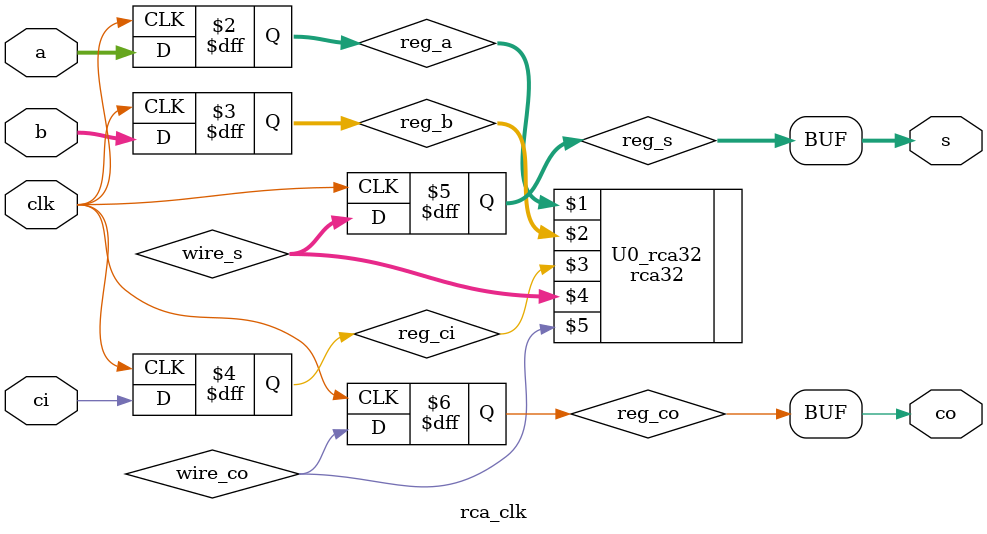
<source format=v>
module rca_clk(clk,a,b,ci,s,co); // 32-bits RCA with clock module
	input clk;
	input [31:0] a,b;
	input ci;
	output [31:0] s;
	output co;
	
	reg [31:0] reg_a, reg_b;
	reg reg_ci;
	reg [31:0] reg_s;
	reg reg_co;
	wire [31:0] wire_s;
	wire wire_co;
	
	always@(posedge clk)
	
	begin
	reg_a <= a;
	reg_b <= b;
	reg_ci <= ci;
	reg_s <= wire_s;
	reg_co <= wire_co;
	end
	
	//load rca32 module
	rca32 U0_rca32(reg_a, reg_b, reg_ci, wire_s, wire_co);
	
	assign s = reg_s;
	assign co = reg_co;
endmodule

</source>
